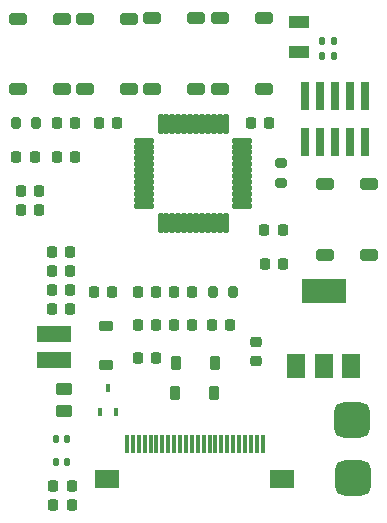
<source format=gbr>
%TF.GenerationSoftware,KiCad,Pcbnew,7.0.8*%
%TF.CreationDate,2024-01-02T21:20:11-06:00*%
%TF.ProjectId,Clock1_v3,436c6f63-6b31-45f7-9633-2e6b69636164,rev?*%
%TF.SameCoordinates,Original*%
%TF.FileFunction,Soldermask,Top*%
%TF.FilePolarity,Negative*%
%FSLAX46Y46*%
G04 Gerber Fmt 4.6, Leading zero omitted, Abs format (unit mm)*
G04 Created by KiCad (PCBNEW 7.0.8) date 2024-01-02 21:20:11*
%MOMM*%
%LPD*%
G01*
G04 APERTURE LIST*
G04 Aperture macros list*
%AMRoundRect*
0 Rectangle with rounded corners*
0 $1 Rounding radius*
0 $2 $3 $4 $5 $6 $7 $8 $9 X,Y pos of 4 corners*
0 Add a 4 corners polygon primitive as box body*
4,1,4,$2,$3,$4,$5,$6,$7,$8,$9,$2,$3,0*
0 Add four circle primitives for the rounded corners*
1,1,$1+$1,$2,$3*
1,1,$1+$1,$4,$5*
1,1,$1+$1,$6,$7*
1,1,$1+$1,$8,$9*
0 Add four rect primitives between the rounded corners*
20,1,$1+$1,$2,$3,$4,$5,0*
20,1,$1+$1,$4,$5,$6,$7,0*
20,1,$1+$1,$6,$7,$8,$9,0*
20,1,$1+$1,$8,$9,$2,$3,0*%
G04 Aperture macros list end*
%ADD10R,1.500000X2.000000*%
%ADD11R,3.800000X2.000000*%
%ADD12R,0.740000X2.400000*%
%ADD13R,0.300000X1.500000*%
%ADD14R,2.000000X1.500000*%
%ADD15R,1.800000X1.000000*%
%ADD16RoundRect,0.250000X0.512000X-0.250000X0.512000X0.250000X-0.512000X0.250000X-0.512000X-0.250000X0*%
%ADD17RoundRect,0.250000X-0.512000X0.250000X-0.512000X-0.250000X0.512000X-0.250000X0.512000X0.250000X0*%
%ADD18RoundRect,0.200000X0.200000X0.275000X-0.200000X0.275000X-0.200000X-0.275000X0.200000X-0.275000X0*%
%ADD19RoundRect,0.250000X-0.450000X0.262500X-0.450000X-0.262500X0.450000X-0.262500X0.450000X0.262500X0*%
%ADD20RoundRect,0.200000X0.275000X-0.200000X0.275000X0.200000X-0.275000X0.200000X-0.275000X-0.200000X0*%
%ADD21R,0.450000X0.700000*%
%ADD22R,3.000000X1.400000*%
%ADD23RoundRect,0.750000X0.750000X0.750000X-0.750000X0.750000X-0.750000X-0.750000X0.750000X-0.750000X0*%
%ADD24RoundRect,0.225000X0.225000X0.375000X-0.225000X0.375000X-0.225000X-0.375000X0.225000X-0.375000X0*%
%ADD25RoundRect,0.225000X-0.225000X-0.375000X0.225000X-0.375000X0.225000X0.375000X-0.225000X0.375000X0*%
%ADD26RoundRect,0.225000X-0.375000X0.225000X-0.375000X-0.225000X0.375000X-0.225000X0.375000X0.225000X0*%
%ADD27RoundRect,0.140000X-0.140000X-0.170000X0.140000X-0.170000X0.140000X0.170000X-0.140000X0.170000X0*%
%ADD28RoundRect,0.225000X-0.225000X-0.250000X0.225000X-0.250000X0.225000X0.250000X-0.225000X0.250000X0*%
%ADD29RoundRect,0.225000X-0.250000X0.225000X-0.250000X-0.225000X0.250000X-0.225000X0.250000X0.225000X0*%
%ADD30RoundRect,0.225000X0.225000X0.250000X-0.225000X0.250000X-0.225000X-0.250000X0.225000X-0.250000X0*%
%ADD31RoundRect,0.140000X0.140000X0.170000X-0.140000X0.170000X-0.140000X-0.170000X0.140000X-0.170000X0*%
%ADD32RoundRect,0.200000X-0.200000X-0.275000X0.200000X-0.275000X0.200000X0.275000X-0.200000X0.275000X0*%
%ADD33RoundRect,0.211200X-0.030800X-0.670800X0.030800X-0.670800X0.030800X0.670800X-0.030800X0.670800X0*%
%ADD34RoundRect,0.211200X-0.670800X0.030800X-0.670800X-0.030800X0.670800X-0.030800X0.670800X0.030800X0*%
G04 APERTURE END LIST*
D10*
%TO.C,U2*%
X164200000Y-99900000D03*
X166500000Y-99900000D03*
X168800000Y-99900000D03*
D11*
X166500000Y-93600000D03*
%TD*%
D12*
%TO.C,J2*%
X170020000Y-77100000D03*
X170020000Y-81000000D03*
X168750000Y-77100000D03*
X168750000Y-81000000D03*
X167480000Y-77100000D03*
X167480000Y-81000000D03*
X166210000Y-77100000D03*
X166210000Y-81000000D03*
X164940000Y-77100000D03*
X164940000Y-81000000D03*
%TD*%
D13*
%TO.C,U3*%
X149850000Y-106500000D03*
X150350000Y-106500000D03*
X150850000Y-106500000D03*
X151350000Y-106500000D03*
X151850000Y-106500000D03*
X152350000Y-106500000D03*
X152850000Y-106500000D03*
X153350000Y-106500000D03*
X153850000Y-106500000D03*
X154350000Y-106500000D03*
X154850000Y-106500000D03*
X155350000Y-106500000D03*
X155850000Y-106500000D03*
X156350000Y-106500000D03*
X156850000Y-106500000D03*
X157350000Y-106500000D03*
X157850000Y-106500000D03*
X158350000Y-106500000D03*
X158850000Y-106500000D03*
X159350000Y-106500000D03*
X159850000Y-106500000D03*
X160350000Y-106500000D03*
X160850000Y-106500000D03*
X161350000Y-106500000D03*
D14*
X148200000Y-109500000D03*
X163000000Y-109500000D03*
%TD*%
D15*
%TO.C,Y1*%
X164400000Y-73350000D03*
X164400000Y-70850000D03*
%TD*%
D16*
%TO.C,SW7*%
X166650000Y-90500000D03*
X166650000Y-84500000D03*
X170350000Y-90500000D03*
X170350000Y-84500000D03*
%TD*%
D17*
%TO.C,SW6*%
X144350000Y-70525000D03*
X144350000Y-76525000D03*
X140650000Y-70525000D03*
X140650000Y-76525000D03*
%TD*%
%TO.C,SW5*%
X155700000Y-70500000D03*
X155700000Y-76500000D03*
X152000000Y-70500000D03*
X152000000Y-76500000D03*
%TD*%
%TO.C,SW4*%
X150000000Y-70525000D03*
X150000000Y-76525000D03*
X146300000Y-70525000D03*
X146300000Y-76525000D03*
%TD*%
%TO.C,SW3*%
X161450000Y-70500000D03*
X161450000Y-76500000D03*
X157750000Y-70500000D03*
X157750000Y-76500000D03*
%TD*%
D18*
%TO.C,R8*%
X142125000Y-79400000D03*
X140475000Y-79400000D03*
%TD*%
D19*
%TO.C,R4*%
X144500000Y-101887500D03*
X144500000Y-103712500D03*
%TD*%
D20*
%TO.C,R2*%
X162900000Y-84425000D03*
X162900000Y-82775000D03*
%TD*%
D21*
%TO.C,Q1*%
X147600000Y-103800000D03*
X148900000Y-103800000D03*
X148250000Y-101800000D03*
%TD*%
D22*
%TO.C,L1*%
X143700000Y-97200000D03*
X143700000Y-99400000D03*
%TD*%
D23*
%TO.C,J1*%
X169000000Y-109400000D03*
X168900000Y-104500000D03*
%TD*%
D24*
%TO.C,D3*%
X157250000Y-102200000D03*
X153950000Y-102200000D03*
%TD*%
D25*
%TO.C,D2*%
X154000000Y-99700000D03*
X157300000Y-99700000D03*
%TD*%
D26*
%TO.C,D1*%
X148100000Y-96550000D03*
X148100000Y-99850000D03*
%TD*%
D27*
%TO.C,C29*%
X143840000Y-108100000D03*
X144800000Y-108100000D03*
%TD*%
%TO.C,C28*%
X143840000Y-106130000D03*
X144800000Y-106130000D03*
%TD*%
D28*
%TO.C,C27*%
X150750000Y-99300000D03*
X152300000Y-99300000D03*
%TD*%
D29*
%TO.C,C26*%
X160800000Y-97925000D03*
X160800000Y-99475000D03*
%TD*%
D28*
%TO.C,C25*%
X157050000Y-96500000D03*
X158600000Y-96500000D03*
%TD*%
%TO.C,C24*%
X153825000Y-96500000D03*
X155375000Y-96500000D03*
%TD*%
%TO.C,C23*%
X153850000Y-93700000D03*
X155400000Y-93700000D03*
%TD*%
D30*
%TO.C,C22*%
X152300000Y-93700000D03*
X150750000Y-93700000D03*
%TD*%
%TO.C,C21*%
X148600000Y-93700000D03*
X147050000Y-93700000D03*
%TD*%
%TO.C,C20*%
X152300000Y-96500000D03*
X150750000Y-96500000D03*
%TD*%
D31*
%TO.C,C5*%
X167360000Y-72400000D03*
X166400000Y-72400000D03*
%TD*%
%TO.C,C4*%
X167360000Y-73670000D03*
X166400000Y-73670000D03*
%TD*%
D28*
%TO.C,C3*%
X160350000Y-79400000D03*
X161900000Y-79400000D03*
%TD*%
%TO.C,C2*%
X140500000Y-82200000D03*
X142050000Y-82200000D03*
%TD*%
%TO.C,C1*%
X147450000Y-79400000D03*
X149000000Y-79400000D03*
%TD*%
D32*
%TO.C,R1*%
X157175000Y-93700000D03*
X158825000Y-93700000D03*
%TD*%
D28*
%TO.C,C17*%
X143500000Y-95080000D03*
X145050000Y-95080000D03*
%TD*%
%TO.C,C16*%
X143500000Y-93480000D03*
X145050000Y-93480000D03*
%TD*%
%TO.C,C15*%
X143500000Y-91880000D03*
X145050000Y-91880000D03*
%TD*%
%TO.C,C14*%
X143500000Y-90250000D03*
X145050000Y-90250000D03*
%TD*%
%TO.C,C13*%
X143925000Y-82200000D03*
X145475000Y-82200000D03*
%TD*%
%TO.C,C12*%
X143900000Y-79400000D03*
X145450000Y-79400000D03*
%TD*%
%TO.C,C11*%
X161550000Y-91300000D03*
X163100000Y-91300000D03*
%TD*%
%TO.C,C10*%
X161500000Y-88400000D03*
X163050000Y-88400000D03*
%TD*%
%TO.C,C9*%
X143625000Y-111700000D03*
X145175000Y-111700000D03*
%TD*%
%TO.C,C8*%
X143625000Y-110100000D03*
X145175000Y-110100000D03*
%TD*%
%TO.C,C7*%
X140850000Y-86700000D03*
X142400000Y-86700000D03*
%TD*%
%TO.C,C6*%
X140850000Y-85100000D03*
X142400000Y-85100000D03*
%TD*%
D33*
%TO.C,U4*%
X158200000Y-79430000D03*
X157700000Y-79430000D03*
X157200000Y-79430000D03*
X156700000Y-79430000D03*
X156200000Y-79430000D03*
X155700000Y-79430000D03*
X155200000Y-79430000D03*
X154700000Y-79430000D03*
X154200000Y-79430000D03*
X153700000Y-79430000D03*
X153200000Y-79430000D03*
X152700000Y-79430000D03*
D34*
X151270000Y-80860000D03*
X151270000Y-81360000D03*
X151270000Y-81860000D03*
X151270000Y-82360000D03*
X151270000Y-82860000D03*
X151270000Y-83360000D03*
X151270000Y-83860000D03*
X151270000Y-84360000D03*
X151270000Y-84860000D03*
X151270000Y-85360000D03*
X151270000Y-85860000D03*
X151270000Y-86360000D03*
D33*
X152700000Y-87790000D03*
X153200000Y-87790000D03*
X153700000Y-87790000D03*
X154200000Y-87790000D03*
X154700000Y-87790000D03*
X155200000Y-87790000D03*
X155700000Y-87790000D03*
X156200000Y-87790000D03*
X156700000Y-87790000D03*
X157200000Y-87790000D03*
X157700000Y-87790000D03*
X158200000Y-87790000D03*
D34*
X159630000Y-86360000D03*
X159630000Y-85860000D03*
X159630000Y-85360000D03*
X159630000Y-84860000D03*
X159630000Y-84360000D03*
X159630000Y-83860000D03*
X159630000Y-83360000D03*
X159630000Y-82860000D03*
X159630000Y-82360000D03*
X159630000Y-81860000D03*
X159630000Y-81360000D03*
X159630000Y-80860000D03*
%TD*%
M02*

</source>
